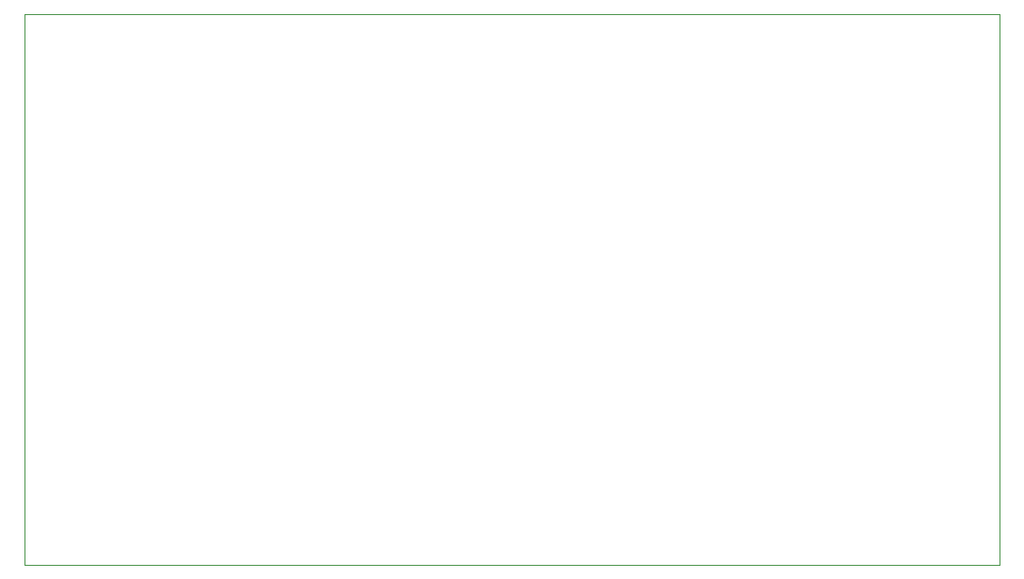
<source format=gbr>
%TF.GenerationSoftware,KiCad,Pcbnew,9.0.3*%
%TF.CreationDate,2025-08-06T00:12:21+07:00*%
%TF.ProjectId,Ujikom,556a696b-6f6d-42e6-9b69-6361645f7063,rev?*%
%TF.SameCoordinates,Original*%
%TF.FileFunction,Profile,NP*%
%FSLAX46Y46*%
G04 Gerber Fmt 4.6, Leading zero omitted, Abs format (unit mm)*
G04 Created by KiCad (PCBNEW 9.0.3) date 2025-08-06 00:12:21*
%MOMM*%
%LPD*%
G01*
G04 APERTURE LIST*
%TA.AperFunction,Profile*%
%ADD10C,0.050000*%
%TD*%
G04 APERTURE END LIST*
D10*
X155575000Y-54610000D02*
X243205000Y-54610000D01*
X243205000Y-104140000D01*
X155575000Y-104140000D01*
X155575000Y-54610000D01*
M02*

</source>
